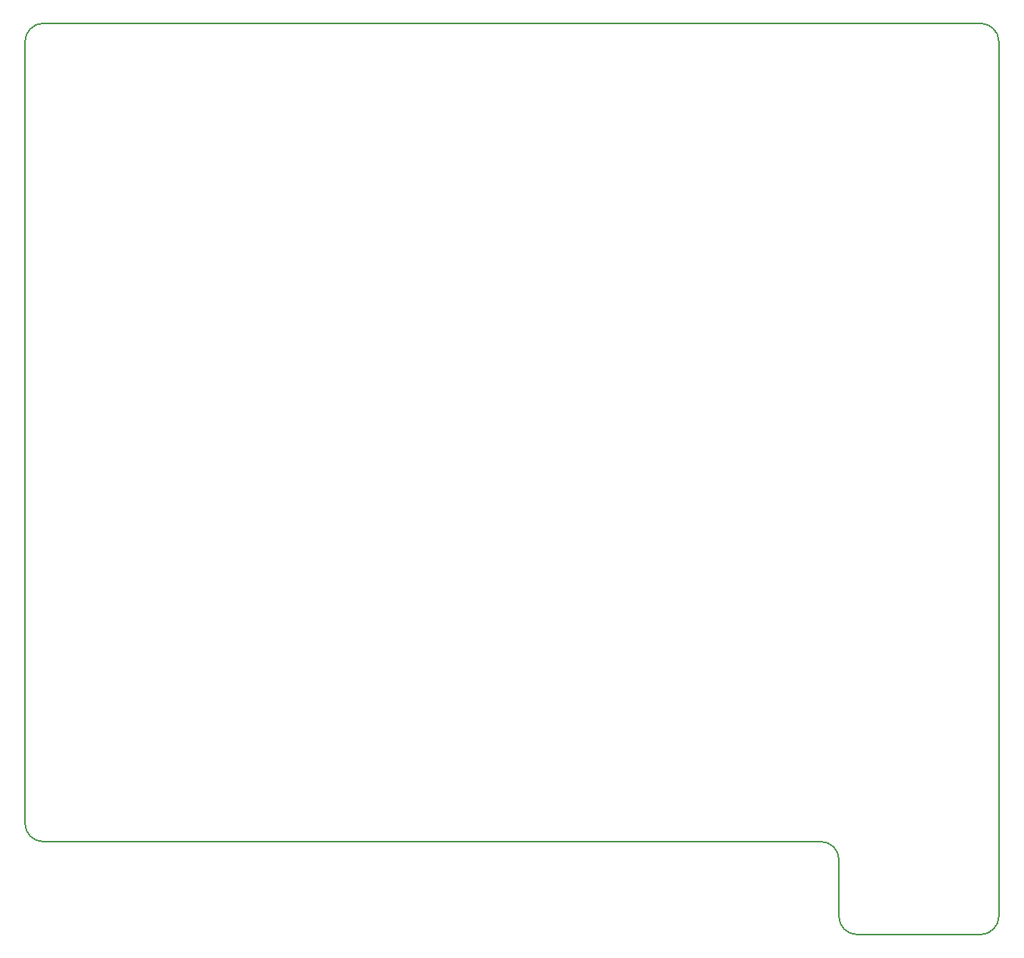
<source format=gm1>
G04 #@! TF.GenerationSoftware,KiCad,Pcbnew,(6.0.2-0)*
G04 #@! TF.CreationDate,2022-05-25T21:37:05-04:00*
G04 #@! TF.ProjectId,WarpSE,57617270-5345-42e6-9b69-6361645f7063,rev?*
G04 #@! TF.SameCoordinates,Original*
G04 #@! TF.FileFunction,Profile,NP*
%FSLAX46Y46*%
G04 Gerber Fmt 4.6, Leading zero omitted, Abs format (unit mm)*
G04 Created by KiCad (PCBNEW (6.0.2-0)) date 2022-05-25 21:37:05*
%MOMM*%
%LPD*%
G01*
G04 APERTURE LIST*
G04 #@! TA.AperFunction,Profile*
%ADD10C,0.150000*%
G04 #@! TD*
G04 APERTURE END LIST*
D10*
X103251000Y-127508000D02*
G75*
G03*
X105283000Y-129540000I2032000J0D01*
G01*
X194437000Y-131572000D02*
G75*
G03*
X192405000Y-129540000I-2032000J0D01*
G01*
X194437000Y-137922000D02*
G75*
G03*
X196469000Y-139954000I2032000J0D01*
G01*
X210312000Y-139954000D02*
G75*
G03*
X212344000Y-137922000I0J2032000D01*
G01*
X210312000Y-37846000D02*
X105283000Y-37846000D01*
X103251000Y-127508000D02*
X103251000Y-39878000D01*
X192405000Y-129540000D02*
X105283000Y-129540000D01*
X194437000Y-137922000D02*
X194437000Y-131572000D01*
X210312000Y-139954000D02*
X196469000Y-139954000D01*
X212344000Y-39878000D02*
X212344000Y-137922000D01*
X105283000Y-37846000D02*
G75*
G03*
X103251000Y-39878000I0J-2032000D01*
G01*
X212344000Y-39878000D02*
G75*
G03*
X210312000Y-37846000I-2032000J0D01*
G01*
M02*

</source>
